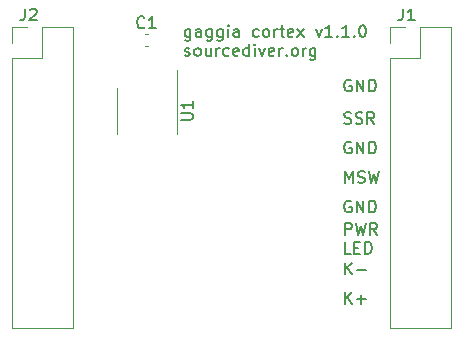
<source format=gbr>
%TF.GenerationSoftware,KiCad,Pcbnew,7.0.9*%
%TF.CreationDate,2024-01-12T22:07:47+01:00*%
%TF.ProjectId,board,626f6172-642e-46b6-9963-61645f706362,rev?*%
%TF.SameCoordinates,Original*%
%TF.FileFunction,Legend,Top*%
%TF.FilePolarity,Positive*%
%FSLAX46Y46*%
G04 Gerber Fmt 4.6, Leading zero omitted, Abs format (unit mm)*
G04 Created by KiCad (PCBNEW 7.0.9) date 2024-01-12 22:07:47*
%MOMM*%
%LPD*%
G01*
G04 APERTURE LIST*
%ADD10C,0.150000*%
%ADD11C,0.120000*%
G04 APERTURE END LIST*
D10*
X127336779Y-119869819D02*
X127336779Y-118869819D01*
X127908207Y-119869819D02*
X127479636Y-119298390D01*
X127908207Y-118869819D02*
X127336779Y-119441247D01*
X128336779Y-119488866D02*
X129098684Y-119488866D01*
X128717731Y-119869819D02*
X128717731Y-119107914D01*
X127860588Y-106167438D02*
X127765350Y-106119819D01*
X127765350Y-106119819D02*
X127622493Y-106119819D01*
X127622493Y-106119819D02*
X127479636Y-106167438D01*
X127479636Y-106167438D02*
X127384398Y-106262676D01*
X127384398Y-106262676D02*
X127336779Y-106357914D01*
X127336779Y-106357914D02*
X127289160Y-106548390D01*
X127289160Y-106548390D02*
X127289160Y-106691247D01*
X127289160Y-106691247D02*
X127336779Y-106881723D01*
X127336779Y-106881723D02*
X127384398Y-106976961D01*
X127384398Y-106976961D02*
X127479636Y-107072200D01*
X127479636Y-107072200D02*
X127622493Y-107119819D01*
X127622493Y-107119819D02*
X127717731Y-107119819D01*
X127717731Y-107119819D02*
X127860588Y-107072200D01*
X127860588Y-107072200D02*
X127908207Y-107024580D01*
X127908207Y-107024580D02*
X127908207Y-106691247D01*
X127908207Y-106691247D02*
X127717731Y-106691247D01*
X128336779Y-107119819D02*
X128336779Y-106119819D01*
X128336779Y-106119819D02*
X128908207Y-107119819D01*
X128908207Y-107119819D02*
X128908207Y-106119819D01*
X129384398Y-107119819D02*
X129384398Y-106119819D01*
X129384398Y-106119819D02*
X129622493Y-106119819D01*
X129622493Y-106119819D02*
X129765350Y-106167438D01*
X129765350Y-106167438D02*
X129860588Y-106262676D01*
X129860588Y-106262676D02*
X129908207Y-106357914D01*
X129908207Y-106357914D02*
X129955826Y-106548390D01*
X129955826Y-106548390D02*
X129955826Y-106691247D01*
X129955826Y-106691247D02*
X129908207Y-106881723D01*
X129908207Y-106881723D02*
X129860588Y-106976961D01*
X129860588Y-106976961D02*
X129765350Y-107072200D01*
X129765350Y-107072200D02*
X129622493Y-107119819D01*
X129622493Y-107119819D02*
X129384398Y-107119819D01*
X114265350Y-96593152D02*
X114265350Y-97402676D01*
X114265350Y-97402676D02*
X114217731Y-97497914D01*
X114217731Y-97497914D02*
X114170112Y-97545533D01*
X114170112Y-97545533D02*
X114074874Y-97593152D01*
X114074874Y-97593152D02*
X113932017Y-97593152D01*
X113932017Y-97593152D02*
X113836779Y-97545533D01*
X114265350Y-97212200D02*
X114170112Y-97259819D01*
X114170112Y-97259819D02*
X113979636Y-97259819D01*
X113979636Y-97259819D02*
X113884398Y-97212200D01*
X113884398Y-97212200D02*
X113836779Y-97164580D01*
X113836779Y-97164580D02*
X113789160Y-97069342D01*
X113789160Y-97069342D02*
X113789160Y-96783628D01*
X113789160Y-96783628D02*
X113836779Y-96688390D01*
X113836779Y-96688390D02*
X113884398Y-96640771D01*
X113884398Y-96640771D02*
X113979636Y-96593152D01*
X113979636Y-96593152D02*
X114170112Y-96593152D01*
X114170112Y-96593152D02*
X114265350Y-96640771D01*
X115170112Y-97259819D02*
X115170112Y-96736009D01*
X115170112Y-96736009D02*
X115122493Y-96640771D01*
X115122493Y-96640771D02*
X115027255Y-96593152D01*
X115027255Y-96593152D02*
X114836779Y-96593152D01*
X114836779Y-96593152D02*
X114741541Y-96640771D01*
X115170112Y-97212200D02*
X115074874Y-97259819D01*
X115074874Y-97259819D02*
X114836779Y-97259819D01*
X114836779Y-97259819D02*
X114741541Y-97212200D01*
X114741541Y-97212200D02*
X114693922Y-97116961D01*
X114693922Y-97116961D02*
X114693922Y-97021723D01*
X114693922Y-97021723D02*
X114741541Y-96926485D01*
X114741541Y-96926485D02*
X114836779Y-96878866D01*
X114836779Y-96878866D02*
X115074874Y-96878866D01*
X115074874Y-96878866D02*
X115170112Y-96831247D01*
X116074874Y-96593152D02*
X116074874Y-97402676D01*
X116074874Y-97402676D02*
X116027255Y-97497914D01*
X116027255Y-97497914D02*
X115979636Y-97545533D01*
X115979636Y-97545533D02*
X115884398Y-97593152D01*
X115884398Y-97593152D02*
X115741541Y-97593152D01*
X115741541Y-97593152D02*
X115646303Y-97545533D01*
X116074874Y-97212200D02*
X115979636Y-97259819D01*
X115979636Y-97259819D02*
X115789160Y-97259819D01*
X115789160Y-97259819D02*
X115693922Y-97212200D01*
X115693922Y-97212200D02*
X115646303Y-97164580D01*
X115646303Y-97164580D02*
X115598684Y-97069342D01*
X115598684Y-97069342D02*
X115598684Y-96783628D01*
X115598684Y-96783628D02*
X115646303Y-96688390D01*
X115646303Y-96688390D02*
X115693922Y-96640771D01*
X115693922Y-96640771D02*
X115789160Y-96593152D01*
X115789160Y-96593152D02*
X115979636Y-96593152D01*
X115979636Y-96593152D02*
X116074874Y-96640771D01*
X116979636Y-96593152D02*
X116979636Y-97402676D01*
X116979636Y-97402676D02*
X116932017Y-97497914D01*
X116932017Y-97497914D02*
X116884398Y-97545533D01*
X116884398Y-97545533D02*
X116789160Y-97593152D01*
X116789160Y-97593152D02*
X116646303Y-97593152D01*
X116646303Y-97593152D02*
X116551065Y-97545533D01*
X116979636Y-97212200D02*
X116884398Y-97259819D01*
X116884398Y-97259819D02*
X116693922Y-97259819D01*
X116693922Y-97259819D02*
X116598684Y-97212200D01*
X116598684Y-97212200D02*
X116551065Y-97164580D01*
X116551065Y-97164580D02*
X116503446Y-97069342D01*
X116503446Y-97069342D02*
X116503446Y-96783628D01*
X116503446Y-96783628D02*
X116551065Y-96688390D01*
X116551065Y-96688390D02*
X116598684Y-96640771D01*
X116598684Y-96640771D02*
X116693922Y-96593152D01*
X116693922Y-96593152D02*
X116884398Y-96593152D01*
X116884398Y-96593152D02*
X116979636Y-96640771D01*
X117455827Y-97259819D02*
X117455827Y-96593152D01*
X117455827Y-96259819D02*
X117408208Y-96307438D01*
X117408208Y-96307438D02*
X117455827Y-96355057D01*
X117455827Y-96355057D02*
X117503446Y-96307438D01*
X117503446Y-96307438D02*
X117455827Y-96259819D01*
X117455827Y-96259819D02*
X117455827Y-96355057D01*
X118360588Y-97259819D02*
X118360588Y-96736009D01*
X118360588Y-96736009D02*
X118312969Y-96640771D01*
X118312969Y-96640771D02*
X118217731Y-96593152D01*
X118217731Y-96593152D02*
X118027255Y-96593152D01*
X118027255Y-96593152D02*
X117932017Y-96640771D01*
X118360588Y-97212200D02*
X118265350Y-97259819D01*
X118265350Y-97259819D02*
X118027255Y-97259819D01*
X118027255Y-97259819D02*
X117932017Y-97212200D01*
X117932017Y-97212200D02*
X117884398Y-97116961D01*
X117884398Y-97116961D02*
X117884398Y-97021723D01*
X117884398Y-97021723D02*
X117932017Y-96926485D01*
X117932017Y-96926485D02*
X118027255Y-96878866D01*
X118027255Y-96878866D02*
X118265350Y-96878866D01*
X118265350Y-96878866D02*
X118360588Y-96831247D01*
X120027255Y-97212200D02*
X119932017Y-97259819D01*
X119932017Y-97259819D02*
X119741541Y-97259819D01*
X119741541Y-97259819D02*
X119646303Y-97212200D01*
X119646303Y-97212200D02*
X119598684Y-97164580D01*
X119598684Y-97164580D02*
X119551065Y-97069342D01*
X119551065Y-97069342D02*
X119551065Y-96783628D01*
X119551065Y-96783628D02*
X119598684Y-96688390D01*
X119598684Y-96688390D02*
X119646303Y-96640771D01*
X119646303Y-96640771D02*
X119741541Y-96593152D01*
X119741541Y-96593152D02*
X119932017Y-96593152D01*
X119932017Y-96593152D02*
X120027255Y-96640771D01*
X120598684Y-97259819D02*
X120503446Y-97212200D01*
X120503446Y-97212200D02*
X120455827Y-97164580D01*
X120455827Y-97164580D02*
X120408208Y-97069342D01*
X120408208Y-97069342D02*
X120408208Y-96783628D01*
X120408208Y-96783628D02*
X120455827Y-96688390D01*
X120455827Y-96688390D02*
X120503446Y-96640771D01*
X120503446Y-96640771D02*
X120598684Y-96593152D01*
X120598684Y-96593152D02*
X120741541Y-96593152D01*
X120741541Y-96593152D02*
X120836779Y-96640771D01*
X120836779Y-96640771D02*
X120884398Y-96688390D01*
X120884398Y-96688390D02*
X120932017Y-96783628D01*
X120932017Y-96783628D02*
X120932017Y-97069342D01*
X120932017Y-97069342D02*
X120884398Y-97164580D01*
X120884398Y-97164580D02*
X120836779Y-97212200D01*
X120836779Y-97212200D02*
X120741541Y-97259819D01*
X120741541Y-97259819D02*
X120598684Y-97259819D01*
X121360589Y-97259819D02*
X121360589Y-96593152D01*
X121360589Y-96783628D02*
X121408208Y-96688390D01*
X121408208Y-96688390D02*
X121455827Y-96640771D01*
X121455827Y-96640771D02*
X121551065Y-96593152D01*
X121551065Y-96593152D02*
X121646303Y-96593152D01*
X121836780Y-96593152D02*
X122217732Y-96593152D01*
X121979637Y-96259819D02*
X121979637Y-97116961D01*
X121979637Y-97116961D02*
X122027256Y-97212200D01*
X122027256Y-97212200D02*
X122122494Y-97259819D01*
X122122494Y-97259819D02*
X122217732Y-97259819D01*
X122932018Y-97212200D02*
X122836780Y-97259819D01*
X122836780Y-97259819D02*
X122646304Y-97259819D01*
X122646304Y-97259819D02*
X122551066Y-97212200D01*
X122551066Y-97212200D02*
X122503447Y-97116961D01*
X122503447Y-97116961D02*
X122503447Y-96736009D01*
X122503447Y-96736009D02*
X122551066Y-96640771D01*
X122551066Y-96640771D02*
X122646304Y-96593152D01*
X122646304Y-96593152D02*
X122836780Y-96593152D01*
X122836780Y-96593152D02*
X122932018Y-96640771D01*
X122932018Y-96640771D02*
X122979637Y-96736009D01*
X122979637Y-96736009D02*
X122979637Y-96831247D01*
X122979637Y-96831247D02*
X122503447Y-96926485D01*
X123312971Y-97259819D02*
X123836780Y-96593152D01*
X123312971Y-96593152D02*
X123836780Y-97259819D01*
X124884400Y-96593152D02*
X125122495Y-97259819D01*
X125122495Y-97259819D02*
X125360590Y-96593152D01*
X126265352Y-97259819D02*
X125693924Y-97259819D01*
X125979638Y-97259819D02*
X125979638Y-96259819D01*
X125979638Y-96259819D02*
X125884400Y-96402676D01*
X125884400Y-96402676D02*
X125789162Y-96497914D01*
X125789162Y-96497914D02*
X125693924Y-96545533D01*
X126693924Y-97164580D02*
X126741543Y-97212200D01*
X126741543Y-97212200D02*
X126693924Y-97259819D01*
X126693924Y-97259819D02*
X126646305Y-97212200D01*
X126646305Y-97212200D02*
X126693924Y-97164580D01*
X126693924Y-97164580D02*
X126693924Y-97259819D01*
X127693923Y-97259819D02*
X127122495Y-97259819D01*
X127408209Y-97259819D02*
X127408209Y-96259819D01*
X127408209Y-96259819D02*
X127312971Y-96402676D01*
X127312971Y-96402676D02*
X127217733Y-96497914D01*
X127217733Y-96497914D02*
X127122495Y-96545533D01*
X128122495Y-97164580D02*
X128170114Y-97212200D01*
X128170114Y-97212200D02*
X128122495Y-97259819D01*
X128122495Y-97259819D02*
X128074876Y-97212200D01*
X128074876Y-97212200D02*
X128122495Y-97164580D01*
X128122495Y-97164580D02*
X128122495Y-97259819D01*
X128789161Y-96259819D02*
X128884399Y-96259819D01*
X128884399Y-96259819D02*
X128979637Y-96307438D01*
X128979637Y-96307438D02*
X129027256Y-96355057D01*
X129027256Y-96355057D02*
X129074875Y-96450295D01*
X129074875Y-96450295D02*
X129122494Y-96640771D01*
X129122494Y-96640771D02*
X129122494Y-96878866D01*
X129122494Y-96878866D02*
X129074875Y-97069342D01*
X129074875Y-97069342D02*
X129027256Y-97164580D01*
X129027256Y-97164580D02*
X128979637Y-97212200D01*
X128979637Y-97212200D02*
X128884399Y-97259819D01*
X128884399Y-97259819D02*
X128789161Y-97259819D01*
X128789161Y-97259819D02*
X128693923Y-97212200D01*
X128693923Y-97212200D02*
X128646304Y-97164580D01*
X128646304Y-97164580D02*
X128598685Y-97069342D01*
X128598685Y-97069342D02*
X128551066Y-96878866D01*
X128551066Y-96878866D02*
X128551066Y-96640771D01*
X128551066Y-96640771D02*
X128598685Y-96450295D01*
X128598685Y-96450295D02*
X128646304Y-96355057D01*
X128646304Y-96355057D02*
X128693923Y-96307438D01*
X128693923Y-96307438D02*
X128789161Y-96259819D01*
X113789160Y-98822200D02*
X113884398Y-98869819D01*
X113884398Y-98869819D02*
X114074874Y-98869819D01*
X114074874Y-98869819D02*
X114170112Y-98822200D01*
X114170112Y-98822200D02*
X114217731Y-98726961D01*
X114217731Y-98726961D02*
X114217731Y-98679342D01*
X114217731Y-98679342D02*
X114170112Y-98584104D01*
X114170112Y-98584104D02*
X114074874Y-98536485D01*
X114074874Y-98536485D02*
X113932017Y-98536485D01*
X113932017Y-98536485D02*
X113836779Y-98488866D01*
X113836779Y-98488866D02*
X113789160Y-98393628D01*
X113789160Y-98393628D02*
X113789160Y-98346009D01*
X113789160Y-98346009D02*
X113836779Y-98250771D01*
X113836779Y-98250771D02*
X113932017Y-98203152D01*
X113932017Y-98203152D02*
X114074874Y-98203152D01*
X114074874Y-98203152D02*
X114170112Y-98250771D01*
X114789160Y-98869819D02*
X114693922Y-98822200D01*
X114693922Y-98822200D02*
X114646303Y-98774580D01*
X114646303Y-98774580D02*
X114598684Y-98679342D01*
X114598684Y-98679342D02*
X114598684Y-98393628D01*
X114598684Y-98393628D02*
X114646303Y-98298390D01*
X114646303Y-98298390D02*
X114693922Y-98250771D01*
X114693922Y-98250771D02*
X114789160Y-98203152D01*
X114789160Y-98203152D02*
X114932017Y-98203152D01*
X114932017Y-98203152D02*
X115027255Y-98250771D01*
X115027255Y-98250771D02*
X115074874Y-98298390D01*
X115074874Y-98298390D02*
X115122493Y-98393628D01*
X115122493Y-98393628D02*
X115122493Y-98679342D01*
X115122493Y-98679342D02*
X115074874Y-98774580D01*
X115074874Y-98774580D02*
X115027255Y-98822200D01*
X115027255Y-98822200D02*
X114932017Y-98869819D01*
X114932017Y-98869819D02*
X114789160Y-98869819D01*
X115979636Y-98203152D02*
X115979636Y-98869819D01*
X115551065Y-98203152D02*
X115551065Y-98726961D01*
X115551065Y-98726961D02*
X115598684Y-98822200D01*
X115598684Y-98822200D02*
X115693922Y-98869819D01*
X115693922Y-98869819D02*
X115836779Y-98869819D01*
X115836779Y-98869819D02*
X115932017Y-98822200D01*
X115932017Y-98822200D02*
X115979636Y-98774580D01*
X116455827Y-98869819D02*
X116455827Y-98203152D01*
X116455827Y-98393628D02*
X116503446Y-98298390D01*
X116503446Y-98298390D02*
X116551065Y-98250771D01*
X116551065Y-98250771D02*
X116646303Y-98203152D01*
X116646303Y-98203152D02*
X116741541Y-98203152D01*
X117503446Y-98822200D02*
X117408208Y-98869819D01*
X117408208Y-98869819D02*
X117217732Y-98869819D01*
X117217732Y-98869819D02*
X117122494Y-98822200D01*
X117122494Y-98822200D02*
X117074875Y-98774580D01*
X117074875Y-98774580D02*
X117027256Y-98679342D01*
X117027256Y-98679342D02*
X117027256Y-98393628D01*
X117027256Y-98393628D02*
X117074875Y-98298390D01*
X117074875Y-98298390D02*
X117122494Y-98250771D01*
X117122494Y-98250771D02*
X117217732Y-98203152D01*
X117217732Y-98203152D02*
X117408208Y-98203152D01*
X117408208Y-98203152D02*
X117503446Y-98250771D01*
X118312970Y-98822200D02*
X118217732Y-98869819D01*
X118217732Y-98869819D02*
X118027256Y-98869819D01*
X118027256Y-98869819D02*
X117932018Y-98822200D01*
X117932018Y-98822200D02*
X117884399Y-98726961D01*
X117884399Y-98726961D02*
X117884399Y-98346009D01*
X117884399Y-98346009D02*
X117932018Y-98250771D01*
X117932018Y-98250771D02*
X118027256Y-98203152D01*
X118027256Y-98203152D02*
X118217732Y-98203152D01*
X118217732Y-98203152D02*
X118312970Y-98250771D01*
X118312970Y-98250771D02*
X118360589Y-98346009D01*
X118360589Y-98346009D02*
X118360589Y-98441247D01*
X118360589Y-98441247D02*
X117884399Y-98536485D01*
X119217732Y-98869819D02*
X119217732Y-97869819D01*
X119217732Y-98822200D02*
X119122494Y-98869819D01*
X119122494Y-98869819D02*
X118932018Y-98869819D01*
X118932018Y-98869819D02*
X118836780Y-98822200D01*
X118836780Y-98822200D02*
X118789161Y-98774580D01*
X118789161Y-98774580D02*
X118741542Y-98679342D01*
X118741542Y-98679342D02*
X118741542Y-98393628D01*
X118741542Y-98393628D02*
X118789161Y-98298390D01*
X118789161Y-98298390D02*
X118836780Y-98250771D01*
X118836780Y-98250771D02*
X118932018Y-98203152D01*
X118932018Y-98203152D02*
X119122494Y-98203152D01*
X119122494Y-98203152D02*
X119217732Y-98250771D01*
X119693923Y-98869819D02*
X119693923Y-98203152D01*
X119693923Y-97869819D02*
X119646304Y-97917438D01*
X119646304Y-97917438D02*
X119693923Y-97965057D01*
X119693923Y-97965057D02*
X119741542Y-97917438D01*
X119741542Y-97917438D02*
X119693923Y-97869819D01*
X119693923Y-97869819D02*
X119693923Y-97965057D01*
X120074875Y-98203152D02*
X120312970Y-98869819D01*
X120312970Y-98869819D02*
X120551065Y-98203152D01*
X121312970Y-98822200D02*
X121217732Y-98869819D01*
X121217732Y-98869819D02*
X121027256Y-98869819D01*
X121027256Y-98869819D02*
X120932018Y-98822200D01*
X120932018Y-98822200D02*
X120884399Y-98726961D01*
X120884399Y-98726961D02*
X120884399Y-98346009D01*
X120884399Y-98346009D02*
X120932018Y-98250771D01*
X120932018Y-98250771D02*
X121027256Y-98203152D01*
X121027256Y-98203152D02*
X121217732Y-98203152D01*
X121217732Y-98203152D02*
X121312970Y-98250771D01*
X121312970Y-98250771D02*
X121360589Y-98346009D01*
X121360589Y-98346009D02*
X121360589Y-98441247D01*
X121360589Y-98441247D02*
X120884399Y-98536485D01*
X121789161Y-98869819D02*
X121789161Y-98203152D01*
X121789161Y-98393628D02*
X121836780Y-98298390D01*
X121836780Y-98298390D02*
X121884399Y-98250771D01*
X121884399Y-98250771D02*
X121979637Y-98203152D01*
X121979637Y-98203152D02*
X122074875Y-98203152D01*
X122408209Y-98774580D02*
X122455828Y-98822200D01*
X122455828Y-98822200D02*
X122408209Y-98869819D01*
X122408209Y-98869819D02*
X122360590Y-98822200D01*
X122360590Y-98822200D02*
X122408209Y-98774580D01*
X122408209Y-98774580D02*
X122408209Y-98869819D01*
X123027256Y-98869819D02*
X122932018Y-98822200D01*
X122932018Y-98822200D02*
X122884399Y-98774580D01*
X122884399Y-98774580D02*
X122836780Y-98679342D01*
X122836780Y-98679342D02*
X122836780Y-98393628D01*
X122836780Y-98393628D02*
X122884399Y-98298390D01*
X122884399Y-98298390D02*
X122932018Y-98250771D01*
X122932018Y-98250771D02*
X123027256Y-98203152D01*
X123027256Y-98203152D02*
X123170113Y-98203152D01*
X123170113Y-98203152D02*
X123265351Y-98250771D01*
X123265351Y-98250771D02*
X123312970Y-98298390D01*
X123312970Y-98298390D02*
X123360589Y-98393628D01*
X123360589Y-98393628D02*
X123360589Y-98679342D01*
X123360589Y-98679342D02*
X123312970Y-98774580D01*
X123312970Y-98774580D02*
X123265351Y-98822200D01*
X123265351Y-98822200D02*
X123170113Y-98869819D01*
X123170113Y-98869819D02*
X123027256Y-98869819D01*
X123789161Y-98869819D02*
X123789161Y-98203152D01*
X123789161Y-98393628D02*
X123836780Y-98298390D01*
X123836780Y-98298390D02*
X123884399Y-98250771D01*
X123884399Y-98250771D02*
X123979637Y-98203152D01*
X123979637Y-98203152D02*
X124074875Y-98203152D01*
X124836780Y-98203152D02*
X124836780Y-99012676D01*
X124836780Y-99012676D02*
X124789161Y-99107914D01*
X124789161Y-99107914D02*
X124741542Y-99155533D01*
X124741542Y-99155533D02*
X124646304Y-99203152D01*
X124646304Y-99203152D02*
X124503447Y-99203152D01*
X124503447Y-99203152D02*
X124408209Y-99155533D01*
X124836780Y-98822200D02*
X124741542Y-98869819D01*
X124741542Y-98869819D02*
X124551066Y-98869819D01*
X124551066Y-98869819D02*
X124455828Y-98822200D01*
X124455828Y-98822200D02*
X124408209Y-98774580D01*
X124408209Y-98774580D02*
X124360590Y-98679342D01*
X124360590Y-98679342D02*
X124360590Y-98393628D01*
X124360590Y-98393628D02*
X124408209Y-98298390D01*
X124408209Y-98298390D02*
X124455828Y-98250771D01*
X124455828Y-98250771D02*
X124551066Y-98203152D01*
X124551066Y-98203152D02*
X124741542Y-98203152D01*
X124741542Y-98203152D02*
X124836780Y-98250771D01*
X127860588Y-100917438D02*
X127765350Y-100869819D01*
X127765350Y-100869819D02*
X127622493Y-100869819D01*
X127622493Y-100869819D02*
X127479636Y-100917438D01*
X127479636Y-100917438D02*
X127384398Y-101012676D01*
X127384398Y-101012676D02*
X127336779Y-101107914D01*
X127336779Y-101107914D02*
X127289160Y-101298390D01*
X127289160Y-101298390D02*
X127289160Y-101441247D01*
X127289160Y-101441247D02*
X127336779Y-101631723D01*
X127336779Y-101631723D02*
X127384398Y-101726961D01*
X127384398Y-101726961D02*
X127479636Y-101822200D01*
X127479636Y-101822200D02*
X127622493Y-101869819D01*
X127622493Y-101869819D02*
X127717731Y-101869819D01*
X127717731Y-101869819D02*
X127860588Y-101822200D01*
X127860588Y-101822200D02*
X127908207Y-101774580D01*
X127908207Y-101774580D02*
X127908207Y-101441247D01*
X127908207Y-101441247D02*
X127717731Y-101441247D01*
X128336779Y-101869819D02*
X128336779Y-100869819D01*
X128336779Y-100869819D02*
X128908207Y-101869819D01*
X128908207Y-101869819D02*
X128908207Y-100869819D01*
X129384398Y-101869819D02*
X129384398Y-100869819D01*
X129384398Y-100869819D02*
X129622493Y-100869819D01*
X129622493Y-100869819D02*
X129765350Y-100917438D01*
X129765350Y-100917438D02*
X129860588Y-101012676D01*
X129860588Y-101012676D02*
X129908207Y-101107914D01*
X129908207Y-101107914D02*
X129955826Y-101298390D01*
X129955826Y-101298390D02*
X129955826Y-101441247D01*
X129955826Y-101441247D02*
X129908207Y-101631723D01*
X129908207Y-101631723D02*
X129860588Y-101726961D01*
X129860588Y-101726961D02*
X129765350Y-101822200D01*
X129765350Y-101822200D02*
X129622493Y-101869819D01*
X129622493Y-101869819D02*
X129384398Y-101869819D01*
X127289160Y-104572200D02*
X127432017Y-104619819D01*
X127432017Y-104619819D02*
X127670112Y-104619819D01*
X127670112Y-104619819D02*
X127765350Y-104572200D01*
X127765350Y-104572200D02*
X127812969Y-104524580D01*
X127812969Y-104524580D02*
X127860588Y-104429342D01*
X127860588Y-104429342D02*
X127860588Y-104334104D01*
X127860588Y-104334104D02*
X127812969Y-104238866D01*
X127812969Y-104238866D02*
X127765350Y-104191247D01*
X127765350Y-104191247D02*
X127670112Y-104143628D01*
X127670112Y-104143628D02*
X127479636Y-104096009D01*
X127479636Y-104096009D02*
X127384398Y-104048390D01*
X127384398Y-104048390D02*
X127336779Y-104000771D01*
X127336779Y-104000771D02*
X127289160Y-103905533D01*
X127289160Y-103905533D02*
X127289160Y-103810295D01*
X127289160Y-103810295D02*
X127336779Y-103715057D01*
X127336779Y-103715057D02*
X127384398Y-103667438D01*
X127384398Y-103667438D02*
X127479636Y-103619819D01*
X127479636Y-103619819D02*
X127717731Y-103619819D01*
X127717731Y-103619819D02*
X127860588Y-103667438D01*
X128241541Y-104572200D02*
X128384398Y-104619819D01*
X128384398Y-104619819D02*
X128622493Y-104619819D01*
X128622493Y-104619819D02*
X128717731Y-104572200D01*
X128717731Y-104572200D02*
X128765350Y-104524580D01*
X128765350Y-104524580D02*
X128812969Y-104429342D01*
X128812969Y-104429342D02*
X128812969Y-104334104D01*
X128812969Y-104334104D02*
X128765350Y-104238866D01*
X128765350Y-104238866D02*
X128717731Y-104191247D01*
X128717731Y-104191247D02*
X128622493Y-104143628D01*
X128622493Y-104143628D02*
X128432017Y-104096009D01*
X128432017Y-104096009D02*
X128336779Y-104048390D01*
X128336779Y-104048390D02*
X128289160Y-104000771D01*
X128289160Y-104000771D02*
X128241541Y-103905533D01*
X128241541Y-103905533D02*
X128241541Y-103810295D01*
X128241541Y-103810295D02*
X128289160Y-103715057D01*
X128289160Y-103715057D02*
X128336779Y-103667438D01*
X128336779Y-103667438D02*
X128432017Y-103619819D01*
X128432017Y-103619819D02*
X128670112Y-103619819D01*
X128670112Y-103619819D02*
X128812969Y-103667438D01*
X129812969Y-104619819D02*
X129479636Y-104143628D01*
X129241541Y-104619819D02*
X129241541Y-103619819D01*
X129241541Y-103619819D02*
X129622493Y-103619819D01*
X129622493Y-103619819D02*
X129717731Y-103667438D01*
X129717731Y-103667438D02*
X129765350Y-103715057D01*
X129765350Y-103715057D02*
X129812969Y-103810295D01*
X129812969Y-103810295D02*
X129812969Y-103953152D01*
X129812969Y-103953152D02*
X129765350Y-104048390D01*
X129765350Y-104048390D02*
X129717731Y-104096009D01*
X129717731Y-104096009D02*
X129622493Y-104143628D01*
X129622493Y-104143628D02*
X129241541Y-104143628D01*
X127860588Y-111167438D02*
X127765350Y-111119819D01*
X127765350Y-111119819D02*
X127622493Y-111119819D01*
X127622493Y-111119819D02*
X127479636Y-111167438D01*
X127479636Y-111167438D02*
X127384398Y-111262676D01*
X127384398Y-111262676D02*
X127336779Y-111357914D01*
X127336779Y-111357914D02*
X127289160Y-111548390D01*
X127289160Y-111548390D02*
X127289160Y-111691247D01*
X127289160Y-111691247D02*
X127336779Y-111881723D01*
X127336779Y-111881723D02*
X127384398Y-111976961D01*
X127384398Y-111976961D02*
X127479636Y-112072200D01*
X127479636Y-112072200D02*
X127622493Y-112119819D01*
X127622493Y-112119819D02*
X127717731Y-112119819D01*
X127717731Y-112119819D02*
X127860588Y-112072200D01*
X127860588Y-112072200D02*
X127908207Y-112024580D01*
X127908207Y-112024580D02*
X127908207Y-111691247D01*
X127908207Y-111691247D02*
X127717731Y-111691247D01*
X128336779Y-112119819D02*
X128336779Y-111119819D01*
X128336779Y-111119819D02*
X128908207Y-112119819D01*
X128908207Y-112119819D02*
X128908207Y-111119819D01*
X129384398Y-112119819D02*
X129384398Y-111119819D01*
X129384398Y-111119819D02*
X129622493Y-111119819D01*
X129622493Y-111119819D02*
X129765350Y-111167438D01*
X129765350Y-111167438D02*
X129860588Y-111262676D01*
X129860588Y-111262676D02*
X129908207Y-111357914D01*
X129908207Y-111357914D02*
X129955826Y-111548390D01*
X129955826Y-111548390D02*
X129955826Y-111691247D01*
X129955826Y-111691247D02*
X129908207Y-111881723D01*
X129908207Y-111881723D02*
X129860588Y-111976961D01*
X129860588Y-111976961D02*
X129765350Y-112072200D01*
X129765350Y-112072200D02*
X129622493Y-112119819D01*
X129622493Y-112119819D02*
X129384398Y-112119819D01*
X127336779Y-109619819D02*
X127336779Y-108619819D01*
X127336779Y-108619819D02*
X127670112Y-109334104D01*
X127670112Y-109334104D02*
X128003445Y-108619819D01*
X128003445Y-108619819D02*
X128003445Y-109619819D01*
X128432017Y-109572200D02*
X128574874Y-109619819D01*
X128574874Y-109619819D02*
X128812969Y-109619819D01*
X128812969Y-109619819D02*
X128908207Y-109572200D01*
X128908207Y-109572200D02*
X128955826Y-109524580D01*
X128955826Y-109524580D02*
X129003445Y-109429342D01*
X129003445Y-109429342D02*
X129003445Y-109334104D01*
X129003445Y-109334104D02*
X128955826Y-109238866D01*
X128955826Y-109238866D02*
X128908207Y-109191247D01*
X128908207Y-109191247D02*
X128812969Y-109143628D01*
X128812969Y-109143628D02*
X128622493Y-109096009D01*
X128622493Y-109096009D02*
X128527255Y-109048390D01*
X128527255Y-109048390D02*
X128479636Y-109000771D01*
X128479636Y-109000771D02*
X128432017Y-108905533D01*
X128432017Y-108905533D02*
X128432017Y-108810295D01*
X128432017Y-108810295D02*
X128479636Y-108715057D01*
X128479636Y-108715057D02*
X128527255Y-108667438D01*
X128527255Y-108667438D02*
X128622493Y-108619819D01*
X128622493Y-108619819D02*
X128860588Y-108619819D01*
X128860588Y-108619819D02*
X129003445Y-108667438D01*
X129336779Y-108619819D02*
X129574874Y-109619819D01*
X129574874Y-109619819D02*
X129765350Y-108905533D01*
X129765350Y-108905533D02*
X129955826Y-109619819D01*
X129955826Y-109619819D02*
X130193922Y-108619819D01*
X127336779Y-114009819D02*
X127336779Y-113009819D01*
X127336779Y-113009819D02*
X127717731Y-113009819D01*
X127717731Y-113009819D02*
X127812969Y-113057438D01*
X127812969Y-113057438D02*
X127860588Y-113105057D01*
X127860588Y-113105057D02*
X127908207Y-113200295D01*
X127908207Y-113200295D02*
X127908207Y-113343152D01*
X127908207Y-113343152D02*
X127860588Y-113438390D01*
X127860588Y-113438390D02*
X127812969Y-113486009D01*
X127812969Y-113486009D02*
X127717731Y-113533628D01*
X127717731Y-113533628D02*
X127336779Y-113533628D01*
X128241541Y-113009819D02*
X128479636Y-114009819D01*
X128479636Y-114009819D02*
X128670112Y-113295533D01*
X128670112Y-113295533D02*
X128860588Y-114009819D01*
X128860588Y-114009819D02*
X129098684Y-113009819D01*
X130051064Y-114009819D02*
X129717731Y-113533628D01*
X129479636Y-114009819D02*
X129479636Y-113009819D01*
X129479636Y-113009819D02*
X129860588Y-113009819D01*
X129860588Y-113009819D02*
X129955826Y-113057438D01*
X129955826Y-113057438D02*
X130003445Y-113105057D01*
X130003445Y-113105057D02*
X130051064Y-113200295D01*
X130051064Y-113200295D02*
X130051064Y-113343152D01*
X130051064Y-113343152D02*
X130003445Y-113438390D01*
X130003445Y-113438390D02*
X129955826Y-113486009D01*
X129955826Y-113486009D02*
X129860588Y-113533628D01*
X129860588Y-113533628D02*
X129479636Y-113533628D01*
X127812969Y-115619819D02*
X127336779Y-115619819D01*
X127336779Y-115619819D02*
X127336779Y-114619819D01*
X128146303Y-115096009D02*
X128479636Y-115096009D01*
X128622493Y-115619819D02*
X128146303Y-115619819D01*
X128146303Y-115619819D02*
X128146303Y-114619819D01*
X128146303Y-114619819D02*
X128622493Y-114619819D01*
X129051065Y-115619819D02*
X129051065Y-114619819D01*
X129051065Y-114619819D02*
X129289160Y-114619819D01*
X129289160Y-114619819D02*
X129432017Y-114667438D01*
X129432017Y-114667438D02*
X129527255Y-114762676D01*
X129527255Y-114762676D02*
X129574874Y-114857914D01*
X129574874Y-114857914D02*
X129622493Y-115048390D01*
X129622493Y-115048390D02*
X129622493Y-115191247D01*
X129622493Y-115191247D02*
X129574874Y-115381723D01*
X129574874Y-115381723D02*
X129527255Y-115476961D01*
X129527255Y-115476961D02*
X129432017Y-115572200D01*
X129432017Y-115572200D02*
X129289160Y-115619819D01*
X129289160Y-115619819D02*
X129051065Y-115619819D01*
X127336779Y-117369819D02*
X127336779Y-116369819D01*
X127908207Y-117369819D02*
X127479636Y-116798390D01*
X127908207Y-116369819D02*
X127336779Y-116941247D01*
X128336779Y-116988866D02*
X129098684Y-116988866D01*
X110353333Y-96429580D02*
X110305714Y-96477200D01*
X110305714Y-96477200D02*
X110162857Y-96524819D01*
X110162857Y-96524819D02*
X110067619Y-96524819D01*
X110067619Y-96524819D02*
X109924762Y-96477200D01*
X109924762Y-96477200D02*
X109829524Y-96381961D01*
X109829524Y-96381961D02*
X109781905Y-96286723D01*
X109781905Y-96286723D02*
X109734286Y-96096247D01*
X109734286Y-96096247D02*
X109734286Y-95953390D01*
X109734286Y-95953390D02*
X109781905Y-95762914D01*
X109781905Y-95762914D02*
X109829524Y-95667676D01*
X109829524Y-95667676D02*
X109924762Y-95572438D01*
X109924762Y-95572438D02*
X110067619Y-95524819D01*
X110067619Y-95524819D02*
X110162857Y-95524819D01*
X110162857Y-95524819D02*
X110305714Y-95572438D01*
X110305714Y-95572438D02*
X110353333Y-95620057D01*
X111305714Y-96524819D02*
X110734286Y-96524819D01*
X111020000Y-96524819D02*
X111020000Y-95524819D01*
X111020000Y-95524819D02*
X110924762Y-95667676D01*
X110924762Y-95667676D02*
X110829524Y-95762914D01*
X110829524Y-95762914D02*
X110734286Y-95810533D01*
X113449819Y-104286904D02*
X114259342Y-104286904D01*
X114259342Y-104286904D02*
X114354580Y-104239285D01*
X114354580Y-104239285D02*
X114402200Y-104191666D01*
X114402200Y-104191666D02*
X114449819Y-104096428D01*
X114449819Y-104096428D02*
X114449819Y-103905952D01*
X114449819Y-103905952D02*
X114402200Y-103810714D01*
X114402200Y-103810714D02*
X114354580Y-103763095D01*
X114354580Y-103763095D02*
X114259342Y-103715476D01*
X114259342Y-103715476D02*
X113449819Y-103715476D01*
X114449819Y-102715476D02*
X114449819Y-103286904D01*
X114449819Y-103001190D02*
X113449819Y-103001190D01*
X113449819Y-103001190D02*
X113592676Y-103096428D01*
X113592676Y-103096428D02*
X113687914Y-103191666D01*
X113687914Y-103191666D02*
X113735533Y-103286904D01*
X132246646Y-94864819D02*
X132246646Y-95579104D01*
X132246646Y-95579104D02*
X132199027Y-95721961D01*
X132199027Y-95721961D02*
X132103789Y-95817200D01*
X132103789Y-95817200D02*
X131960932Y-95864819D01*
X131960932Y-95864819D02*
X131865694Y-95864819D01*
X133246646Y-95864819D02*
X132675218Y-95864819D01*
X132960932Y-95864819D02*
X132960932Y-94864819D01*
X132960932Y-94864819D02*
X132865694Y-95007676D01*
X132865694Y-95007676D02*
X132770456Y-95102914D01*
X132770456Y-95102914D02*
X132675218Y-95150533D01*
X100246646Y-94864819D02*
X100246646Y-95579104D01*
X100246646Y-95579104D02*
X100199027Y-95721961D01*
X100199027Y-95721961D02*
X100103789Y-95817200D01*
X100103789Y-95817200D02*
X99960932Y-95864819D01*
X99960932Y-95864819D02*
X99865694Y-95864819D01*
X100675218Y-94960057D02*
X100722837Y-94912438D01*
X100722837Y-94912438D02*
X100818075Y-94864819D01*
X100818075Y-94864819D02*
X101056170Y-94864819D01*
X101056170Y-94864819D02*
X101151408Y-94912438D01*
X101151408Y-94912438D02*
X101199027Y-94960057D01*
X101199027Y-94960057D02*
X101246646Y-95055295D01*
X101246646Y-95055295D02*
X101246646Y-95150533D01*
X101246646Y-95150533D02*
X101199027Y-95293390D01*
X101199027Y-95293390D02*
X100627599Y-95864819D01*
X100627599Y-95864819D02*
X101246646Y-95864819D01*
D11*
%TO.C,C1*%
X110379420Y-96990000D02*
X110660580Y-96990000D01*
X110379420Y-98010000D02*
X110660580Y-98010000D01*
%TO.C,U1*%
X113155000Y-103525000D02*
X113155000Y-100075000D01*
X113155000Y-103525000D02*
X113155000Y-105475000D01*
X108035000Y-103525000D02*
X108035000Y-101575000D01*
X108035000Y-103525000D02*
X108035000Y-105475000D01*
%TO.C,J1*%
X131130000Y-96410000D02*
X132460000Y-96410000D01*
X131130000Y-97740000D02*
X131130000Y-96410000D01*
X131130000Y-99010000D02*
X131130000Y-121930000D01*
X131130000Y-99010000D02*
X133730000Y-99010000D01*
X131130000Y-121930000D02*
X136330000Y-121930000D01*
X133730000Y-96410000D02*
X136330000Y-96410000D01*
X133730000Y-99010000D02*
X133730000Y-96410000D01*
X136330000Y-96410000D02*
X136330000Y-121930000D01*
%TO.C,J2*%
X99130000Y-96410000D02*
X100460000Y-96410000D01*
X99130000Y-97740000D02*
X99130000Y-96410000D01*
X99130000Y-99010000D02*
X99130000Y-121930000D01*
X99130000Y-99010000D02*
X101730000Y-99010000D01*
X99130000Y-121930000D02*
X104330000Y-121930000D01*
X101730000Y-96410000D02*
X104330000Y-96410000D01*
X101730000Y-99010000D02*
X101730000Y-96410000D01*
X104330000Y-96410000D02*
X104330000Y-121930000D01*
%TD*%
M02*

</source>
